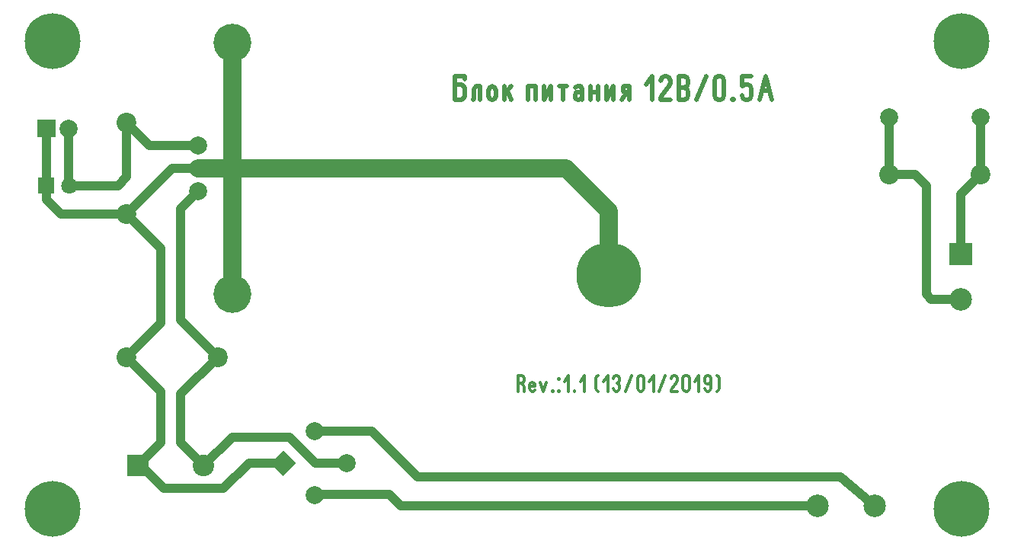
<source format=gbr>
%FSLAX34Y34*%
%MOMM*%
%LNCOPPER_BOTTOM*%
G71*
G01*
%ADD10C, 7.200*%
%ADD11C, 6.200*%
%ADD12C, 2.500*%
%ADD13C, 2.200*%
%ADD14C, 2.000*%
%ADD15C, 2.400*%
%ADD16C, 1.800*%
%ADD17C, 2.000*%
%ADD18C, 1.000*%
%ADD19C, 2.000*%
%ADD20C, 4.200*%
%ADD21C, 0.476*%
%ADD22C, 0.318*%
%LPD*%
X788725Y380000D02*
G54D10*
D03*
X1180000Y640000D02*
G54D11*
D03*
X1180000Y120000D02*
G54D11*
D03*
X170000Y120000D02*
G54D11*
D03*
X170000Y640000D02*
G54D11*
D03*
G36*
X1166850Y415750D02*
X1166850Y390750D01*
X1191850Y390750D01*
X1191850Y415750D01*
X1166850Y415750D01*
G37*
X1179350Y353250D02*
G54D12*
D03*
X1201575Y492150D02*
G54D13*
D03*
X1099975Y492150D02*
G54D13*
D03*
X1201575Y555650D02*
G54D14*
D03*
X1099975Y555650D02*
G54D14*
D03*
X1084100Y123850D02*
G54D12*
D03*
X1020600Y123850D02*
G54D12*
D03*
X461800Y206400D02*
G54D14*
D03*
G36*
X412302Y171045D02*
X426445Y156902D01*
X440587Y171045D01*
X426445Y185187D01*
X412302Y171045D01*
G37*
X461800Y135689D02*
G54D14*
D03*
X496875Y171076D02*
G54D14*
D03*
G36*
X252950Y156300D02*
X276950Y156300D01*
X276950Y180300D01*
X252950Y180300D01*
X252950Y156300D01*
G37*
X337975Y168300D02*
G54D15*
D03*
G36*
X154350Y470450D02*
X172350Y470450D01*
X172350Y488450D01*
X154350Y488450D01*
X154350Y470450D01*
G37*
X188750Y479450D02*
G54D16*
D03*
X353850Y288950D02*
G54D13*
D03*
X252250Y288950D02*
G54D13*
D03*
X252250Y447700D02*
G54D13*
D03*
X252250Y549300D02*
G54D13*
D03*
X331625Y473100D02*
G54D17*
D03*
X331625Y498500D02*
G54D17*
D03*
X331625Y523900D02*
G54D17*
D03*
G36*
X153350Y532950D02*
X173350Y532950D01*
X173350Y552950D01*
X153350Y552950D01*
X153350Y532950D01*
G37*
X188350Y542950D02*
G54D14*
D03*
G54D18*
X1179350Y403250D02*
X1179350Y469925D01*
X1201575Y492150D01*
G54D18*
X1179350Y353250D02*
X1178550Y353250D01*
X1146800Y353250D01*
X1141250Y358800D01*
X1141250Y479450D01*
X1128550Y492150D01*
X1099975Y492150D01*
G54D18*
X1099975Y492150D02*
X1099975Y555650D01*
G54D18*
X1201575Y492150D02*
X1201575Y555650D01*
G54D18*
X464975Y206400D02*
X525300Y206400D01*
X576100Y155600D01*
X1046000Y155600D01*
X1084100Y123850D01*
G54D18*
X1020600Y123850D02*
X557050Y123850D01*
X544350Y136550D01*
X465836Y136550D01*
X464975Y135689D01*
G54D18*
X429620Y171045D02*
X388345Y171045D01*
X360200Y142900D01*
X293525Y142900D01*
X264950Y171475D01*
G54D18*
X496875Y171076D02*
X462200Y171076D01*
X433225Y200050D01*
X369725Y200050D01*
X337975Y168300D01*
G54D18*
X337975Y168300D02*
X312575Y193700D01*
X312575Y247675D01*
X353850Y288950D01*
G54D18*
X264950Y168300D02*
X290350Y193700D01*
X290350Y250850D01*
X252250Y288950D01*
G54D18*
X353850Y288950D02*
X312575Y330225D01*
X312575Y454050D01*
X331625Y473100D01*
G54D18*
X252250Y288950D02*
X290350Y327050D01*
X290350Y409600D01*
X252250Y447700D01*
G54D18*
X252250Y447700D02*
X179225Y447700D01*
X163350Y463575D01*
X163350Y479450D01*
G54D18*
X188750Y479450D02*
X242725Y479450D01*
X252250Y488975D01*
X252250Y549300D01*
G54D18*
X331625Y523900D02*
X277650Y523900D01*
X252250Y549300D01*
G54D18*
X331625Y498500D02*
X303050Y498500D01*
X252250Y447700D01*
G54D18*
X188350Y542950D02*
X188350Y479850D01*
X188750Y479450D01*
G54D18*
X163350Y542950D02*
X163350Y479450D01*
G54D19*
X331625Y498500D02*
X366550Y498500D01*
G54D19*
X369725Y631850D02*
X369725Y365177D01*
X372927Y361975D01*
G54D19*
X788725Y380000D02*
X788725Y450975D01*
X741200Y498500D01*
X366550Y498500D01*
X369725Y638200D02*
G54D20*
D03*
X369725Y358827D02*
G54D20*
D03*
G54D21*
X617375Y574700D02*
X617375Y601367D01*
X628042Y601367D01*
X628042Y598033D01*
G54D21*
X617375Y591367D02*
X625375Y591367D01*
X628042Y588033D01*
X628042Y578033D01*
X625375Y574700D01*
X617375Y574700D01*
G54D21*
X637375Y574700D02*
X638708Y576367D01*
X638708Y586367D01*
X641375Y589700D01*
X645375Y589700D01*
X645375Y574700D01*
G54D21*
X662708Y578700D02*
X662708Y585367D01*
X661375Y588700D01*
X658708Y589700D01*
X656041Y588700D01*
X654708Y585367D01*
X654708Y578700D01*
X656041Y575367D01*
X658708Y574700D01*
X661375Y575367D01*
X662708Y578700D01*
G54D21*
X672041Y574700D02*
X672041Y589700D01*
G54D21*
X676041Y584700D02*
X680041Y574700D01*
G54D21*
X672041Y581367D02*
X680041Y589700D01*
G54D21*
X698974Y574700D02*
X698974Y589700D01*
X706974Y589700D01*
X706974Y574700D01*
G54D21*
X716307Y589700D02*
X716307Y574700D01*
X724307Y589700D01*
X724307Y574700D01*
G54D21*
X733640Y589700D02*
X741640Y589700D01*
G54D21*
X737640Y574700D02*
X737640Y589700D01*
G54D21*
X750973Y588033D02*
X753640Y589700D01*
X756840Y589700D01*
X758973Y586367D01*
X758973Y574700D01*
G54D21*
X758973Y579700D02*
X757640Y583033D01*
X754973Y583700D01*
X752306Y583033D01*
X750973Y579700D01*
X751506Y576367D01*
X753640Y574700D01*
X754973Y574700D01*
X755506Y574700D01*
X757640Y576367D01*
X758973Y579700D01*
G54D21*
X768306Y574700D02*
X768306Y589700D01*
G54D21*
X768306Y583033D02*
X776306Y583033D01*
G54D21*
X776306Y574700D02*
X776306Y589700D01*
G54D21*
X785639Y589700D02*
X785639Y574700D01*
X793639Y589700D01*
X793639Y574700D01*
G54D21*
X802972Y574700D02*
X808305Y583033D01*
X810972Y583033D01*
X805639Y583033D01*
X804305Y584700D01*
X804305Y588033D01*
X805639Y589700D01*
X810972Y589700D01*
X810972Y574700D01*
G54D21*
X829905Y591367D02*
X836572Y601367D01*
X836572Y574700D01*
G54D21*
X856572Y574700D02*
X845905Y574700D01*
X845905Y576367D01*
X847238Y579700D01*
X855238Y589700D01*
X856572Y593033D01*
X856572Y596367D01*
X855238Y599700D01*
X852572Y601367D01*
X849905Y601367D01*
X847238Y599700D01*
X845905Y596367D01*
G54D21*
X865905Y574700D02*
X865905Y601367D01*
X872572Y601367D01*
X875238Y599700D01*
X876572Y596367D01*
X876572Y593033D01*
X875238Y589700D01*
X872572Y588033D01*
X875238Y586367D01*
X876572Y583033D01*
X876572Y579700D01*
X875238Y576367D01*
X872572Y574700D01*
X865905Y574700D01*
G54D21*
X865905Y588033D02*
X872572Y588033D01*
G54D21*
X885905Y574700D02*
X896572Y601367D01*
G54D21*
X916572Y596367D02*
X916572Y579700D01*
X915238Y576367D01*
X912572Y574700D01*
X909905Y574700D01*
X907238Y576367D01*
X905905Y579700D01*
X905905Y596367D01*
X907238Y599700D01*
X909905Y601367D01*
X912572Y601367D01*
X915238Y599700D01*
X916572Y596367D01*
G54D21*
X926972Y574700D02*
X925905Y574700D01*
X925905Y576033D01*
X926972Y576033D01*
X926972Y574700D01*
X925905Y574700D01*
G54D21*
X946972Y601367D02*
X936305Y601367D01*
X936305Y589700D01*
X937638Y589700D01*
X940305Y591367D01*
X942972Y591367D01*
X945638Y589700D01*
X946972Y586367D01*
X946972Y579700D01*
X945638Y576367D01*
X942972Y574700D01*
X940305Y574700D01*
X937638Y576367D01*
X936305Y579700D01*
G54D21*
X956305Y574700D02*
X962972Y601367D01*
X969638Y574700D01*
G54D21*
X958972Y584700D02*
X966972Y584700D01*
G54D22*
X690781Y259739D02*
X693447Y257517D01*
X694336Y255294D01*
X694336Y250850D01*
G54D22*
X687225Y250850D02*
X687225Y268628D01*
X691669Y268628D01*
X693447Y267517D01*
X694336Y265294D01*
X694336Y263072D01*
X693447Y260850D01*
X691669Y259739D01*
X687225Y259739D01*
G54D22*
X705891Y251961D02*
X704469Y250850D01*
X702691Y250850D01*
X700914Y251961D01*
X700558Y254183D01*
X700558Y257961D01*
X701447Y260183D01*
X703225Y260850D01*
X705002Y260183D01*
X705891Y258628D01*
X705891Y256406D01*
X700558Y256406D01*
G54D22*
X712113Y260850D02*
X715669Y250850D01*
X719224Y260850D01*
G54D22*
X726157Y250850D02*
X725446Y250850D01*
X725446Y251739D01*
X726157Y251739D01*
X726157Y250850D01*
X725446Y250850D01*
G54D22*
X732379Y250850D02*
X733090Y250850D01*
X733090Y251739D01*
X732379Y251739D01*
X732379Y250850D01*
G54D22*
X733090Y264183D02*
X732379Y264183D01*
X732379Y265072D01*
X733090Y265072D01*
X733090Y264183D01*
G54D22*
X739312Y261961D02*
X743756Y268628D01*
X743756Y250850D01*
G54D22*
X750689Y250850D02*
X749978Y250850D01*
X749978Y251739D01*
X750689Y251739D01*
X750689Y250850D01*
X749978Y250850D01*
G54D22*
X756911Y261961D02*
X761355Y268628D01*
X761355Y250850D01*
G54D22*
X776644Y268628D02*
X774866Y267517D01*
X773977Y265294D01*
X773977Y254183D01*
X774866Y251961D01*
X776644Y250850D01*
G54D22*
X782866Y261961D02*
X787310Y268628D01*
X787310Y250850D01*
G54D22*
X793532Y265294D02*
X794421Y267517D01*
X796199Y268628D01*
X797976Y268628D01*
X799754Y267517D01*
X800643Y265294D01*
X800643Y263072D01*
X799754Y260850D01*
X797976Y259739D01*
X799754Y258628D01*
X800643Y256406D01*
X800643Y254183D01*
X799754Y251961D01*
X797976Y250850D01*
X796199Y250850D01*
X794421Y251961D01*
X793532Y254183D01*
G54D22*
X806865Y250850D02*
X813976Y268628D01*
G54D22*
X827309Y265294D02*
X827309Y254183D01*
X826420Y251961D01*
X824642Y250850D01*
X822865Y250850D01*
X821087Y251961D01*
X820198Y254183D01*
X820198Y265294D01*
X821087Y267517D01*
X822865Y268628D01*
X824642Y268628D01*
X826420Y267517D01*
X827309Y265294D01*
G54D22*
X833531Y261961D02*
X837975Y268628D01*
X837975Y250850D01*
G54D22*
X844197Y250850D02*
X851308Y268628D01*
G54D22*
X864641Y250850D02*
X857530Y250850D01*
X857530Y251961D01*
X858419Y254183D01*
X863752Y260850D01*
X864641Y263072D01*
X864641Y265294D01*
X863752Y267517D01*
X861974Y268628D01*
X860197Y268628D01*
X858419Y267517D01*
X857530Y265294D01*
G54D22*
X877974Y265294D02*
X877974Y254183D01*
X877085Y251961D01*
X875307Y250850D01*
X873530Y250850D01*
X871752Y251961D01*
X870863Y254183D01*
X870863Y265294D01*
X871752Y267517D01*
X873530Y268628D01*
X875307Y268628D01*
X877085Y267517D01*
X877974Y265294D01*
G54D22*
X884196Y261961D02*
X888640Y268628D01*
X888640Y250850D01*
G54D22*
X894862Y254183D02*
X895751Y251961D01*
X897529Y250850D01*
X899306Y250850D01*
X901084Y251961D01*
X901973Y254183D01*
X901973Y259739D01*
X901973Y260850D01*
X899306Y258628D01*
X897529Y258628D01*
X895751Y259739D01*
X894862Y261961D01*
X894862Y265294D01*
X895751Y267517D01*
X897529Y268628D01*
X899306Y268628D01*
X901084Y267517D01*
X901973Y265294D01*
X901973Y259739D01*
G54D22*
X908195Y268628D02*
X909973Y267517D01*
X910862Y265294D01*
X910862Y254183D01*
X909973Y251961D01*
X908195Y250850D01*
M02*

</source>
